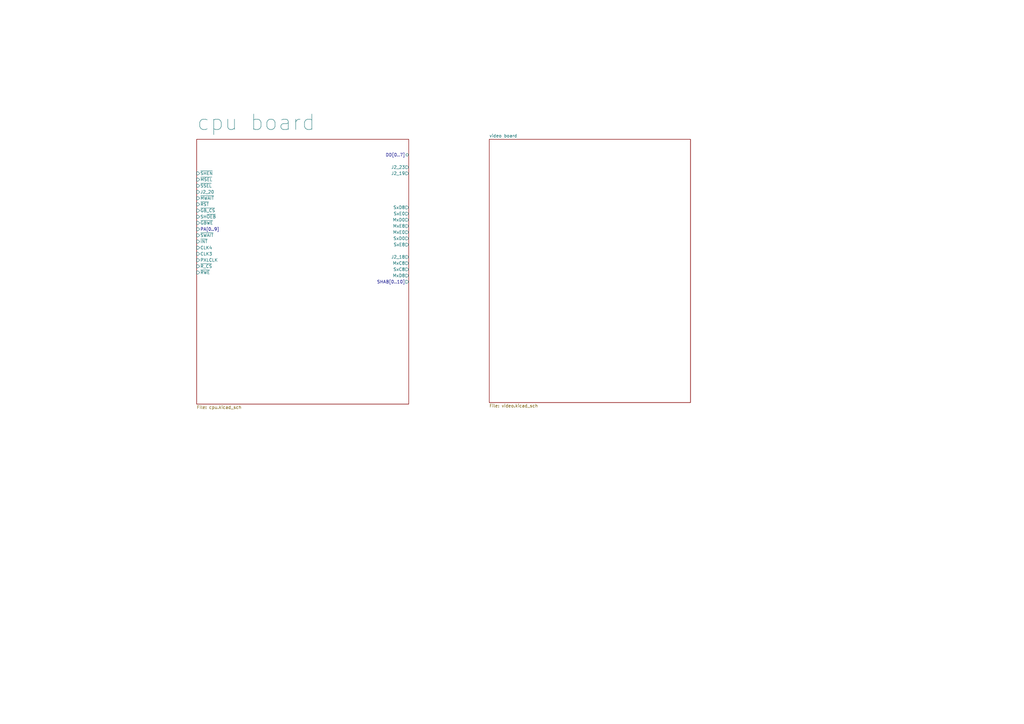
<source format=kicad_sch>
(kicad_sch
	(version 20231120)
	(generator "eeschema")
	(generator_version "8.0")
	(uuid "f324726e-ed6b-4b88-9562-4b07e126a276")
	(paper "A3")
	(title_block
		(title "TEHKAN WORLD CUP")
		(date "2024-10-12")
		(company "JOTEGO")
		(comment 1 "Jose Tejada")
	)
	(lib_symbols)
	(sheet
		(at 80.645 57.15)
		(size 86.995 108.585)
		(fields_autoplaced yes)
		(stroke
			(width 0.1524)
			(type solid)
		)
		(fill
			(color 0 0 0 0.0000)
		)
		(uuid "4d18f4f6-4d7d-4823-941f-121a8e5c871f")
		(property "Sheetname" "cpu board"
			(at 80.645 53.8984 0)
			(effects
				(font
					(size 6.35 6.35)
				)
				(justify left bottom)
			)
		)
		(property "Sheetfile" "cpu.kicad_sch"
			(at 80.645 166.3196 0)
			(effects
				(font
					(size 1.27 1.27)
				)
				(justify left top)
			)
		)
		(pin "DD[0..7]" bidirectional
			(at 167.64 63.5 0)
			(effects
				(font
					(size 1.27 1.27)
				)
				(justify right)
			)
			(uuid "0d929285-2f80-420f-877f-ceef70444eb7")
		)
		(pin "J2_23" output
			(at 167.64 68.58 0)
			(effects
				(font
					(size 1.27 1.27)
				)
				(justify right)
			)
			(uuid "78ad4edf-b873-411d-a399-181b04bc1a92")
		)
		(pin "J2_19" output
			(at 167.64 71.12 0)
			(effects
				(font
					(size 1.27 1.27)
				)
				(justify right)
			)
			(uuid "3d2c3ddf-c3d9-4e99-ab98-d67937c1df49")
		)
		(pin "~{MSEL}" input
			(at 80.645 73.66 180)
			(effects
				(font
					(size 1.27 1.27)
				)
				(justify left)
			)
			(uuid "650d4a01-38dc-4fbd-9543-b1342c63e7e3")
		)
		(pin "~{SHEN}" input
			(at 80.645 71.12 180)
			(effects
				(font
					(size 1.27 1.27)
				)
				(justify left)
			)
			(uuid "b647c803-3977-493a-80ab-399780a0d76c")
		)
		(pin "SxD8" output
			(at 167.64 85.09 0)
			(effects
				(font
					(size 1.27 1.27)
				)
				(justify right)
			)
			(uuid "0f07a606-2fe0-45ae-b214-6e761859b2f1")
		)
		(pin "SxE0" output
			(at 167.64 87.63 0)
			(effects
				(font
					(size 1.27 1.27)
				)
				(justify right)
			)
			(uuid "c7a8ae1c-1ed9-453e-b416-fad3b21bf651")
		)
		(pin "MxD0" output
			(at 167.64 90.17 0)
			(effects
				(font
					(size 1.27 1.27)
				)
				(justify right)
			)
			(uuid "0f8fe431-40c4-4d57-9cca-da02f861d4d2")
		)
		(pin "MxE8" output
			(at 167.64 92.71 0)
			(effects
				(font
					(size 1.27 1.27)
				)
				(justify right)
			)
			(uuid "526863e6-2241-4f3b-9d96-d02c6b22b546")
		)
		(pin "MxE0" output
			(at 167.64 95.25 0)
			(effects
				(font
					(size 1.27 1.27)
				)
				(justify right)
			)
			(uuid "3a2d1f9b-eacc-48cd-b71b-bd6aae753d03")
		)
		(pin "SxD0" output
			(at 167.64 97.79 0)
			(effects
				(font
					(size 1.27 1.27)
				)
				(justify right)
			)
			(uuid "681718d0-31f4-47ca-8c01-50ff4247a59f")
		)
		(pin "SxE8" output
			(at 167.64 100.33 0)
			(effects
				(font
					(size 1.27 1.27)
				)
				(justify right)
			)
			(uuid "3f64e667-74ea-46e9-96da-2b68317ff9d1")
		)
		(pin "~{SSEL}" input
			(at 80.645 76.2 180)
			(effects
				(font
					(size 1.27 1.27)
				)
				(justify left)
			)
			(uuid "045ddb54-ff34-493f-8bb7-66012cfc1daa")
		)
		(pin "J2_20" input
			(at 80.645 78.74 180)
			(effects
				(font
					(size 1.27 1.27)
				)
				(justify left)
			)
			(uuid "7bef612b-30e3-4b15-876e-d1a4f7a3a07f")
		)
		(pin "J2_18" output
			(at 167.64 105.41 0)
			(effects
				(font
					(size 1.27 1.27)
				)
				(justify right)
			)
			(uuid "54968c46-e8c0-4606-a6c2-e1a78702528d")
		)
		(pin "MxC8" output
			(at 167.64 107.95 0)
			(effects
				(font
					(size 1.27 1.27)
				)
				(justify right)
			)
			(uuid "30bf0427-b1d0-487d-820b-7b8af368e6ca")
		)
		(pin "SxC8" output
			(at 167.64 110.49 0)
			(effects
				(font
					(size 1.27 1.27)
				)
				(justify right)
			)
			(uuid "93e3e984-c055-4408-a13b-2f014d242557")
		)
		(pin "MxD8" output
			(at 167.64 113.03 0)
			(effects
				(font
					(size 1.27 1.27)
				)
				(justify right)
			)
			(uuid "38fbb0ba-d021-4e38-bc70-2d929a0b90f4")
		)
		(pin "~{MWAIT}" input
			(at 80.645 81.28 180)
			(effects
				(font
					(size 1.27 1.27)
				)
				(justify left)
			)
			(uuid "f8f652a9-d598-4145-9360-25cf860f4f81")
		)
		(pin "~{RST}" input
			(at 80.645 83.82 180)
			(effects
				(font
					(size 1.27 1.27)
				)
				(justify left)
			)
			(uuid "995c0aaf-c09f-4d18-a026-0b27b5bc0088")
		)
		(pin "~{GB_CS}" input
			(at 80.645 86.36 180)
			(effects
				(font
					(size 1.27 1.27)
				)
				(justify left)
			)
			(uuid "53c65095-cef0-4ad0-abd5-2e2d5493ca5e")
		)
		(pin "SH~{OEB}" input
			(at 80.645 88.9 180)
			(effects
				(font
					(size 1.27 1.27)
				)
				(justify left)
			)
			(uuid "2e982dc2-e395-4ccf-b9f5-24faaf53268c")
		)
		(pin "~{GBWE}" input
			(at 80.645 91.44 180)
			(effects
				(font
					(size 1.27 1.27)
				)
				(justify left)
			)
			(uuid "56b25d15-8083-43ca-9a8d-1983e5c8e030")
		)
		(pin "PA[0..9]" input
			(at 80.645 93.98 180)
			(effects
				(font
					(size 1.27 1.27)
				)
				(justify left)
			)
			(uuid "c0ecba2a-503e-44e8-b52e-6465a200f435")
		)
		(pin "~{SWAIT}" input
			(at 80.645 96.52 180)
			(effects
				(font
					(size 1.27 1.27)
				)
				(justify left)
			)
			(uuid "6cc37e09-349a-4db7-aa1c-0555633b73cb")
		)
		(pin "~{INT}" input
			(at 80.645 99.06 180)
			(effects
				(font
					(size 1.27 1.27)
				)
				(justify left)
			)
			(uuid "121db8ec-775a-4b62-8b8b-c16a74c7665a")
		)
		(pin "CLK4" input
			(at 80.645 101.6 180)
			(effects
				(font
					(size 1.27 1.27)
				)
				(justify left)
			)
			(uuid "01b4c3d8-5f41-4094-9500-82d68d2fd649")
		)
		(pin "CLK3" input
			(at 80.645 104.14 180)
			(effects
				(font
					(size 1.27 1.27)
				)
				(justify left)
			)
			(uuid "56185251-7526-432b-81d5-e79a9dfb8a46")
		)
		(pin "PXLCLK" input
			(at 80.645 106.68 180)
			(effects
				(font
					(size 1.27 1.27)
				)
				(justify left)
			)
			(uuid "018d6772-8c40-4d48-a2ea-c8ccd00d7f08")
		)
		(pin "~{R_CS}" input
			(at 80.645 109.22 180)
			(effects
				(font
					(size 1.27 1.27)
				)
				(justify left)
			)
			(uuid "47577623-d131-449c-92ac-3299c29987ed")
		)
		(pin "~{RWE}" input
			(at 80.645 111.76 180)
			(effects
				(font
					(size 1.27 1.27)
				)
				(justify left)
			)
			(uuid "db8be03c-791d-46fe-bba0-8cde337f6b85")
		)
		(pin "SHAB[0..10]" output
			(at 167.64 115.57 0)
			(effects
				(font
					(size 1.27 1.27)
				)
				(justify right)
			)
			(uuid "22f6fe5c-d0b2-468b-9ac8-397b81e466cb")
		)
		(instances
			(project "tehkanwc"
				(path "/f324726e-ed6b-4b88-9562-4b07e126a276"
					(page "9")
				)
			)
		)
	)
	(sheet
		(at 200.66 57.15)
		(size 82.55 107.95)
		(fields_autoplaced yes)
		(stroke
			(width 0.1524)
			(type solid)
		)
		(fill
			(color 0 0 0 0.0000)
		)
		(uuid "56aec395-157a-4316-b36d-6d5b98537911")
		(property "Sheetname" "video board"
			(at 200.66 56.4384 0)
			(effects
				(font
					(size 1.27 1.27)
				)
				(justify left bottom)
			)
		)
		(property "Sheetfile" "video.kicad_sch"
			(at 200.66 165.6846 0)
			(effects
				(font
					(size 1.27 1.27)
				)
				(justify left top)
			)
		)
		(instances
			(project "tehkanwc"
				(path "/f324726e-ed6b-4b88-9562-4b07e126a276"
					(page "11")
				)
			)
		)
	)
	(sheet_instances
		(path "/"
			(page "1")
		)
	)
)

</source>
